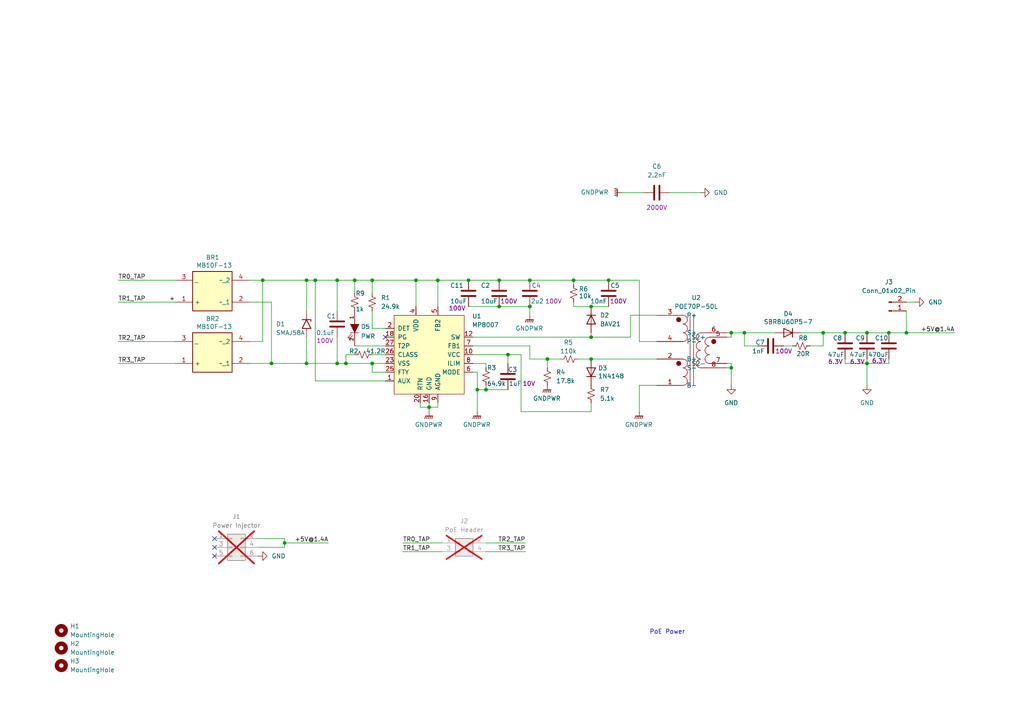
<source format=kicad_sch>
(kicad_sch (version 20231120) (generator "eeschema") (generator_version "8.0")
  (paper "A4")
  (lib_symbols
    (symbol "Connector:Conn_01x02_Pin" (pin_names (offset 1.016) hide)
      (property "Reference" "J" (at 0 2.54 0))
      (property "Value" "Conn_01x02_Pin" (at 0 -5.08 0))
      (symbol "Conn_01x02_Pin_1_1"
        (polyline (pts (xy 1.27 -2.54) (xy 0.8636 -2.54)) (stroke (width 0.1524)))
        (polyline (pts (xy 1.27 0) (xy 0.8636 0)) (stroke (width 0.1524)))
        (rectangle (start 0.8636 -2.413) (end 0 -2.667) (stroke (width 0.1524)) (fill (type outline)))
        (rectangle (start 0.8636 0.127) (end 0 -0.127) (stroke (width 0.1524)) (fill (type outline)))
        (pin passive line (at 5.08 0 180) (length 3.81) (name "Pin_1") (number "1"))
        (pin passive line (at 5.08 -2.54 180) (length 3.81) (name "Pin_2") (number "2"))
      )
    )
    (symbol "Connector_Generic:Conn_02x02_Odd_Even" (pin_names (offset 1.016) hide)
      (property "Reference" "J" (at 1.27 2.54 0))
      (property "Value" "Conn_02x02_Odd_Even" (at 1.27 -5.08 0))
      (symbol "Conn_02x02_Odd_Even_1_1"
        (rectangle (start -1.27 -2.413) (end 0 -2.667) (stroke (width 0.1524)))
        (rectangle (start -1.27 0.127) (end 0 -0.127) (stroke (width 0.1524)))
        (rectangle (start -1.27 1.27) (end 3.81 -3.81) (stroke (width 0.254)) (fill (type background)))
        (rectangle (start 3.81 -2.413) (end 2.54 -2.667) (stroke (width 0.1524)))
        (rectangle (start 3.81 0.127) (end 2.54 -0.127) (stroke (width 0.1524)))
        (pin passive line (at -5.08 0 0) (length 3.81) (name "Pin_1") (number "1"))
        (pin passive line (at 7.62 0 180) (length 3.81) (name "Pin_2") (number "2"))
        (pin passive line (at -5.08 -2.54 0) (length 3.81) (name "Pin_3") (number "3"))
        (pin passive line (at 7.62 -2.54 180) (length 3.81) (name "Pin_4") (number "4"))
      )
    )
    (symbol "Connector_Generic:Conn_02x03_Odd_Even" (pin_names (offset 1.016) hide)
      (property "Reference" "J" (at 1.27 5.08 0))
      (property "Value" "Conn_02x03_Odd_Even" (at 1.27 -5.08 0))
      (symbol "Conn_02x03_Odd_Even_1_1"
        (rectangle (start -1.27 -2.413) (end 0 -2.667) (stroke (width 0.1524)))
        (rectangle (start -1.27 0.127) (end 0 -0.127) (stroke (width 0.1524)))
        (rectangle (start -1.27 2.667) (end 0 2.413) (stroke (width 0.1524)))
        (rectangle (start -1.27 3.81) (end 3.81 -3.81) (stroke (width 0.254)) (fill (type background)))
        (rectangle (start 3.81 -2.413) (end 2.54 -2.667) (stroke (width 0.1524)))
        (rectangle (start 3.81 0.127) (end 2.54 -0.127) (stroke (width 0.1524)))
        (rectangle (start 3.81 2.667) (end 2.54 2.413) (stroke (width 0.1524)))
        (pin passive line (at -5.08 2.54 0) (length 3.81) (name "Pin_1") (number "1"))
        (pin passive line (at 7.62 2.54 180) (length 3.81) (name "Pin_2") (number "2"))
        (pin passive line (at -5.08 0 0) (length 3.81) (name "Pin_3") (number "3"))
        (pin passive line (at 7.62 0 180) (length 3.81) (name "Pin_4") (number "4"))
        (pin passive line (at -5.08 -2.54 0) (length 3.81) (name "Pin_5") (number "5"))
        (pin passive line (at 7.62 -2.54 180) (length 3.81) (name "Pin_6") (number "6"))
      )
    )
    (symbol "Device:C" (pin_numbers hide) (pin_names (offset 0.254))
      (property "Reference" "C" (at 0.635 2.54 0))
      (property "Value" "C" (at 0.635 -2.54 0))
      (symbol "C_0_1"
        (polyline (pts (xy -2.032 -0.762) (xy 2.032 -0.762)) (stroke (width 0.508)))
        (polyline (pts (xy -2.032 0.762) (xy 2.032 0.762)) (stroke (width 0.508)))
      )
      (symbol "C_1_1"
        (pin passive line (at 0 3.81 270) (length 2.794) (name "~") (number "1"))
        (pin passive line (at 0 -3.81 90) (length 2.794) (name "~") (number "2"))
      )
    )
    (symbol "Device:D" (pin_numbers hide) (pin_names (offset 1.016) hide)
      (property "Reference" "D" (at 0 2.54 0))
      (property "Value" "D" (at 0 -2.54 0))
      (symbol "D_0_1"
        (polyline (pts (xy -1.27 1.27) (xy -1.27 -1.27)) (stroke (width 0.254)))
        (polyline (pts (xy 1.27 0) (xy -1.27 0)))
        (polyline (pts (xy 1.27 1.27) (xy 1.27 -1.27) (xy -1.27 0) (xy 1.27 1.27)) (stroke (width 0.254)))
      )
      (symbol "D_1_1"
        (pin passive line (at -3.81 0 0) (length 2.54) (name "K") (number "1"))
        (pin passive line (at 3.81 0 180) (length 2.54) (name "A") (number "2"))
      )
    )
    (symbol "Device:R_Small_US" (pin_numbers hide) (pin_names (offset 0.254) hide)
      (property "Reference" "R" (at 0.762 0.508 0))
      (property "Value" "R_Small_US" (at 0.762 -1.016 0))
      (symbol "R_Small_US_1_1"
        (polyline (pts (xy 0 0) (xy 1.016 -0.381) (xy 0 -0.762) (xy -1.016 -1.143) (xy 0 -1.524)))
        (polyline (pts (xy 0 1.524) (xy 1.016 1.143) (xy 0 0.762) (xy -1.016 0.381) (xy 0 0)))
        (pin passive line (at 0 2.54 270) (length 1.016) (name "~") (number "1"))
        (pin passive line (at 0 -2.54 90) (length 1.016) (name "~") (number "2"))
      )
    )
    (symbol "Diode:BAV21" (pin_numbers hide) (pin_names hide)
      (property "Reference" "D" (at 0 2.54 0))
      (property "Value" "BAV21" (at 0 -2.54 0))
      (symbol "BAV21_0_1"
        (polyline (pts (xy -1.27 1.27) (xy -1.27 -1.27)) (stroke (width 0.254)))
        (polyline (pts (xy 1.27 0) (xy -1.27 0)))
        (polyline (pts (xy 1.27 1.27) (xy 1.27 -1.27) (xy -1.27 0) (xy 1.27 1.27)) (stroke (width 0.254)))
      )
      (symbol "BAV21_1_1"
        (pin passive line (at -3.81 0 0) (length 2.54) (name "K") (number "1"))
        (pin passive line (at 3.81 0 180) (length 2.54) (name "A") (number "2"))
      )
    )
    (symbol "Diode:SMAJ58A" (pin_numbers hide) (pin_names (offset 1.016) hide)
      (property "Reference" "D" (at 0 2.54 0))
      (property "Value" "SMAJ58A" (at 0 -2.54 0))
      (symbol "SMAJ58A_0_1"
        (polyline (pts (xy -0.762 1.27) (xy -1.27 1.27) (xy -1.27 -1.27)) (stroke (width 0.254)))
        (polyline (pts (xy 1.27 1.27) (xy 1.27 -1.27) (xy -1.27 0) (xy 1.27 1.27)) (stroke (width 0.254)))
      )
      (symbol "SMAJ58A_1_1"
        (pin passive line (at -3.81 0 0) (length 2.54) (name "A1") (number "1"))
        (pin passive line (at 3.81 0 180) (length 2.54) (name "A2") (number "2"))
      )
    )
    (symbol "MB10F-13_1"
      (property "Reference" "BR1" (at 8.89 -10.414 0))
      (property "Value" "MB10F-13" (at 6.096 -8.128 0))
      (symbol "MB10F-13_1_1_1"
        (rectangle (start 5.08 5.08) (end 16.51 -6.35) (stroke (width 0.254)) (fill (type background)))
        (pin passive line (at 0 2.54 0) (length 5.08) (name "+") (number "1"))
        (pin passive line (at 21.59 2.54 180) (length 5.08) (name "~_1") (number "2"))
        (pin passive line (at 0 -3.81 0) (length 5.08) (name "_") (number "3"))
        (pin passive line (at 21.59 -3.81 180) (length 5.08) (name "~_2") (number "4"))
      )
    )
    (symbol "Mechanical:MountingHole" (pin_names (offset 1.016)) (exclude_from_sim yes) (in_bom no)
      (property "Reference" "H" (at 0 5.08 0))
      (property "Value" "MountingHole" (at 0 3.175 0))
      (symbol "MountingHole_0_1"
        (circle (center 0 0) (radius 1.27) (stroke (width 1.27)))
      )
    )
    (symbol "parts:MP8007" (pin_names (offset 1.016))
      (property "Reference" "U" (at -5.08 11.43 0))
      (property "Value" "MP8007" (at -1.27 -13.97 0))
      (symbol "MP8007_0_1"
        (rectangle (start -6.35 10.16) (end 13.97 -12.7) (fill (type background)))
      )
      (symbol "MP8007_1_1"
        (pin input line (at -8.89 -8.89 0) (length 2.54) (name "AUX") (number "1"))
        (pin input line (at 16.51 -1.27 180) (length 2.54) (name "VCC") (number "10"))
        (pin input line (at 16.51 3.81 180) (length 2.54) (name "SW") (number "12"))
        (pin input line (at 16.51 3.81 180) (length 2.54) hide (name "~") (number "13"))
        (pin input line (at 3.81 -15.24 90) (length 2.54) (name "GND") (number "16"))
        (pin input line (at 3.81 -15.24 90) (length 2.54) hide (name "~") (number "17"))
        (pin input line (at -8.89 3.81 0) (length 2.54) (name "PG") (number "18"))
        (pin input line (at -8.89 6.35 0) (length 2.54) (name "DET") (number "2"))
        (pin input line (at 1.27 -15.24 90) (length 2.54) (name "RTN") (number "20"))
        (pin input line (at 1.27 -15.24 90) (length 2.54) hide (name "~") (number "21"))
        (pin input line (at -8.89 -3.81 0) (length 2.54) (name "VSS") (number "23"))
        (pin input line (at -8.89 -3.81 0) (length 2.54) hide (name "~") (number "24"))
        (pin input line (at -8.89 -6.35 0) (length 2.54) (name "FTY") (number "25"))
        (pin input line (at -8.89 -1.27 0) (length 2.54) (name "CLASS") (number "26"))
        (pin input line (at -8.89 1.27 0) (length 2.54) (name "T2P") (number "27"))
        (pin input line (at 3.81 -15.24 90) (length 2.54) hide (name "GND") (number "29"))
        (pin input line (at 0 12.7 270) (length 2.54) (name "VDD") (number "4"))
        (pin input line (at 6.35 12.7 270) (length 2.54) (name "FB2") (number "5"))
        (pin input line (at 16.51 -6.35 180) (length 2.54) (name "MODE") (number "6"))
        (pin input line (at 16.51 1.27 180) (length 2.54) (name "FB1") (number "7"))
        (pin input line (at 16.51 -3.81 180) (length 2.54) (name "ILIM") (number "8"))
        (pin input line (at 6.35 -15.24 90) (length 2.54) (name "AGND") (number "9"))
      )
    )
    (symbol "parts:POE70P-12L" (pin_names (offset 1.016))
      (property "Reference" "U" (at 0 0 0))
      (property "Value" "POE70P-12L" (at 0 12.7 0))
      (symbol "POE70P-12L_0_1"
        (circle (center -3.81 -3.81) (radius 0.635) (fill (type outline)))
        (circle (center -3.81 8.89) (radius 0.635) (fill (type outline)))
        (circle (center 6.35 2.54) (radius 0.635) (fill (type outline)))
      )
      (symbol "POE70P-12L_1_1"
        (arc (start -2.54 -10.16) (mid -1.642 -9.788) (end -1.2954 -8.89))
        (arc (start -2.54 -7.62) (mid -1.642 -7.248) (end -1.2954 -6.35))
        (arc (start -2.54 -5.08) (mid -1.642 -4.708) (end -1.2954 -3.81))
        (arc (start -2.54 2.54) (mid -1.642 2.912) (end -1.2954 3.81))
        (arc (start -2.54 5.08) (mid -1.642 5.452) (end -1.2954 6.35))
        (arc (start -2.54 7.62) (mid -1.642 7.992) (end -1.2954 8.89))
        (arc (start -1.2954 -8.89) (mid -1.6599 -8.0099) (end -2.54 -7.6454))
        (arc (start -1.2954 -6.35) (mid -1.6599 -5.4699) (end -2.54 -5.1054))
        (arc (start -1.2954 -3.81) (mid -1.6599 -2.9299) (end -2.54 -2.5654))
        (arc (start -1.2954 3.81) (mid -1.6599 4.6901) (end -2.54 5.0546))
        (arc (start -1.2954 6.35) (mid -1.6599 7.2301) (end -2.54 7.5946))
        (arc (start -1.2954 8.89) (mid -1.6599 9.7701) (end -2.54 10.1346))
        (polyline (pts (xy -0.508 -10.16) (xy -0.508 10.16)))
        (polyline (pts (xy 0.508 10.16) (xy 0.508 -10.16)))
        (arc (start 1.27 -3.81) (mid 1.642 -4.708) (end 2.54 -5.08))
        (arc (start 1.27 -1.27) (mid 1.642 -2.168) (end 2.54 -2.54))
        (arc (start 1.27 1.27) (mid 1.642 0.372) (end 2.54 0))
        (arc (start 1.27 3.81) (mid 1.642 2.912) (end 2.54 2.54))
        (arc (start 2.54 -2.5654) (mid 1.6599 -2.9299) (end 1.27 -3.81))
        (arc (start 2.54 -0.0254) (mid 1.6599 -0.3899) (end 1.27 -1.27))
        (arc (start 2.54 2.5146) (mid 1.6599 2.1501) (end 1.27 1.27))
        (arc (start 2.54 5.0546) (mid 1.6599 4.6901) (end 1.27 3.81))
        (arc (start 3.81 -2.54) (mid 4.182 -3.438) (end 5.08 -3.81))
        (arc (start 3.81 0) (mid 4.182 -0.898) (end 5.08 -1.27))
        (arc (start 3.81 2.54) (mid 4.182 1.642) (end 5.08 1.27))
        (arc (start 5.08 -1.2954) (mid 4.1999 -1.6599) (end 3.81 -2.54))
        (arc (start 5.08 1.2446) (mid 4.1999 0.8801) (end 3.81 0))
        (arc (start 5.08 3.7846) (mid 4.1999 3.4201) (end 3.81 2.54))
        (pin passive line (at -10.16 -10.16 0) (length 7.62) (name "B-") (number "1"))
        (pin passive line (at -10.16 -2.54 0) (length 7.62) (name "B+") (number "2"))
        (pin passive line (at -10.16 10.16 0) (length 7.62) (name "P+") (number "3"))
        (pin passive line (at -10.16 2.54 0) (length 7.62) (name "P-") (number "4"))
        (pin passive line (at 10.16 3.81 180) (length 5.08) (name "S2+") (number "5"))
        (pin passive line (at 10.16 5.08 180) (length 7.62) (name "S+") (number "6"))
        (pin passive line (at 10.16 -3.81 180) (length 5.08) (name "S2-") (number "7"))
        (pin passive line (at 10.16 -5.08 180) (length 7.62) (name "S-") (number "8"))
      )
    )
    (symbol "power:GND" (power) (pin_numbers hide) (pin_names (offset 0) hide)
      (property "Value" "GND" (at 0 -3.81 0))
      (symbol "GND_0_1"
        (polyline (pts (xy 0 0) (xy 0 -1.27) (xy 1.27 -1.27) (xy 0 -2.54) (xy -1.27 -1.27) (xy 0 -1.27)))
      )
      (symbol "GND_1_1"
        (pin power_in line (at 0 0 270) (length 0) (name "~") (number "1"))
      )
    )
    (symbol "power:GNDPWR" (power) (pin_numbers hide) (pin_names (offset 0) hide)
      (property "Value" "GNDPWR" (at 0 -3.302 0))
      (symbol "GNDPWR_0_1"
        (polyline (pts (xy 0 -1.27) (xy 0 0)))
        (polyline (pts (xy -1.016 -1.27) (xy -1.27 -2.032) (xy -1.27 -2.032)) (stroke (width 0.2032)))
        (polyline (pts (xy -0.508 -1.27) (xy -0.762 -2.032) (xy -0.762 -2.032)) (stroke (width 0.2032)))
        (polyline (pts (xy 0 -1.27) (xy -0.254 -2.032) (xy -0.254 -2.032)) (stroke (width 0.2032)))
        (polyline (pts (xy 0.508 -1.27) (xy 0.254 -2.032) (xy 0.254 -2.032)) (stroke (width 0.2032)))
        (polyline (pts (xy 1.016 -1.27) (xy -1.016 -1.27) (xy -1.016 -1.27)) (stroke (width 0.2032)))
        (polyline (pts (xy 1.016 -1.27) (xy 0.762 -2.032) (xy 0.762 -2.032) (xy 0.762 -2.032)) (stroke (width 0.2032)))
      )
      (symbol "GNDPWR_1_1"
        (pin power_in line (at 0 0 270) (length 0) (name "~") (number "1"))
      )
    )
    (symbol "tinkerforge:LED" (pin_names (offset 1.016) hide)
      (property "Reference" "D" (at 0 2.54 0))
      (property "Value" "LED" (at 0 -2.54 0))
      (symbol "LED_0_1"
        (polyline (pts (xy 1.27 1.27) (xy 1.27 -1.27)))
        (polyline (pts (xy -1.27 1.27) (xy 1.27 0) (xy -1.27 -1.27)) (fill (type outline)))
        (polyline (pts (xy 1.651 -1.016) (xy 2.794 -2.032) (xy 2.667 -1.397)))
        (polyline (pts (xy 2.032 -0.635) (xy 3.175 -1.651) (xy 3.048 -1.016)))
      )
      (symbol "LED_1_1"
        (pin passive line (at -5.08 0 0) (length 3.81) (name "A") (number "1"))
        (pin passive line (at 5.08 0 180) (length 3.81) (name "K") (number "2"))
      )
    )
  )
  (junction (at 102.87 81.28))
  (junction (at 82.55 157.48))
  (junction (at 88.9 81.28))
  (junction (at 171.45 88.9))
  (junction (at 215.9 96.52))
  (junction (at 171.45 104.14))
  (junction (at 88.9 105.41))
  (junction (at 144.78 81.28))
  (junction (at 212.09 106.68))
  (junction (at 212.09 96.52))
  (junction (at 158.75 104.14))
  (junction (at 171.45 97.79))
  (junction (at 251.46 105.41))
  (junction (at 97.79 105.41))
  (junction (at 176.53 81.28))
  (junction (at 91.44 81.28))
  (junction (at 138.43 113.03))
  (junction (at 153.67 81.28))
  (junction (at 135.89 81.28))
  (junction (at 107.95 105.41))
  (junction (at 153.67 88.9))
  (junction (at 124.46 118.11))
  (junction (at 257.81 96.52))
  (junction (at 97.79 81.28))
  (junction (at 78.74 105.41))
  (junction (at 147.32 102.87))
  (junction (at 140.97 113.03))
  (junction (at 166.37 81.28))
  (junction (at 107.95 81.28))
  (junction (at 251.46 96.52))
  (junction (at 76.2 81.28))
  (junction (at 100.33 105.41))
  (junction (at 144.78 88.9))
  (junction (at 238.76 96.52))
  (junction (at 245.11 96.52))
  (junction (at 120.65 81.28))
  (junction (at 127 81.28))
  (junction (at 262.89 96.52))
  (no_connect (at 62.23 161.29))
  (no_connect (at 62.23 156.21))
  (no_connect (at 111.76 97.79))
  (no_connect (at 62.23 158.75))
  (wire (pts (xy 215.9 100.33) (xy 219.71 100.33)))
  (wire (pts (xy 76.2 81.28) (xy 76.2 99.06)))
  (wire (pts (xy 78.74 87.63) (xy 78.74 105.41)))
  (wire (pts (xy 180.34 55.88) (xy 186.69 55.88)))
  (wire (pts (xy 212.09 96.52) (xy 215.9 96.52)))
  (wire (pts (xy 91.44 110.49) (xy 111.76 110.49)))
  (wire (pts (xy 107.95 85.09) (xy 107.95 81.28)))
  (wire (pts (xy 111.76 100.33) (xy 102.87 100.33)))
  (wire (pts (xy 97.79 97.79) (xy 97.79 105.41)))
  (wire (pts (xy 137.16 100.33) (xy 153.67 100.33)))
  (wire (pts (xy 82.55 157.48) (xy 82.55 158.75)))
  (wire (pts (xy 107.95 81.28) (xy 120.65 81.28)))
  (wire (pts (xy 140.97 111.76) (xy 140.97 113.03)))
  (wire (pts (xy 251.46 105.41) (xy 251.46 111.76)))
  (wire (pts (xy 76.2 81.28) (xy 88.9 81.28)))
  (wire (pts (xy 100.33 105.41) (xy 107.95 105.41)))
  (wire (pts (xy 72.39 105.41) (xy 78.74 105.41)))
  (wire (pts (xy 102.87 81.28) (xy 107.95 81.28)))
  (wire (pts (xy 74.93 156.21) (xy 82.55 156.21)))
  (wire (pts (xy 238.76 96.52) (xy 245.11 96.52)))
  (wire (pts (xy 91.44 81.28) (xy 91.44 110.49)))
  (wire (pts (xy 138.43 107.95) (xy 138.43 113.03)))
  (wire (pts (xy 166.37 81.28) (xy 176.53 81.28)))
  (wire (pts (xy 251.46 104.14) (xy 251.46 105.41)))
  (wire (pts (xy 190.5 111.76) (xy 185.42 111.76)))
  (wire (pts (xy 127 116.84) (xy 127 118.11)))
  (wire (pts (xy 176.53 81.28) (xy 185.42 81.28)))
  (wire (pts (xy 167.64 104.14) (xy 171.45 104.14)))
  (wire (pts (xy 120.65 81.28) (xy 127 81.28)))
  (wire (pts (xy 102.87 81.28) (xy 102.87 85.09)))
  (wire (pts (xy 224.79 96.52) (xy 215.9 96.52)))
  (wire (pts (xy 137.16 97.79) (xy 171.45 97.79)))
  (wire (pts (xy 120.65 81.28) (xy 120.65 88.9)))
  (wire (pts (xy 166.37 88.9) (xy 171.45 88.9)))
  (wire (pts (xy 158.75 104.14) (xy 158.75 106.68)))
  (wire (pts (xy 127 118.11) (xy 124.46 118.11)))
  (wire (pts (xy 116.84 160.02) (xy 128.27 160.02)))
  (wire (pts (xy 185.42 111.76) (xy 185.42 119.38)))
  (wire (pts (xy 121.92 118.11) (xy 124.46 118.11)))
  (wire (pts (xy 162.56 104.14) (xy 158.75 104.14)))
  (wire (pts (xy 116.84 157.48) (xy 128.27 157.48)))
  (wire (pts (xy 124.46 116.84) (xy 124.46 118.11)))
  (wire (pts (xy 72.39 99.06) (xy 76.2 99.06)))
  (wire (pts (xy 171.45 104.14) (xy 190.5 104.14)))
  (wire (pts (xy 144.78 81.28) (xy 153.67 81.28)))
  (wire (pts (xy 72.39 81.28) (xy 76.2 81.28)))
  (wire (pts (xy 212.09 106.68) (xy 212.09 111.76)))
  (wire (pts (xy 262.89 96.52) (xy 276.86 96.52)))
  (wire (pts (xy 182.88 91.44) (xy 190.5 91.44)))
  (wire (pts (xy 107.95 105.41) (xy 111.76 105.41)))
  (wire (pts (xy 97.79 105.41) (xy 100.33 105.41)))
  (wire (pts (xy 151.13 119.38) (xy 151.13 102.87)))
  (wire (pts (xy 210.82 96.52) (xy 212.09 96.52)))
  (wire (pts (xy 137.16 105.41) (xy 140.97 105.41)))
  (wire (pts (xy 245.11 96.52) (xy 251.46 96.52)))
  (wire (pts (xy 171.45 88.9) (xy 176.53 88.9)))
  (wire (pts (xy 153.67 104.14) (xy 158.75 104.14)))
  (wire (pts (xy 82.55 156.21) (xy 82.55 157.48)))
  (wire (pts (xy 88.9 105.41) (xy 97.79 105.41)))
  (wire (pts (xy 140.97 113.03) (xy 147.32 113.03)))
  (wire (pts (xy 251.46 105.41) (xy 257.81 105.41)))
  (wire (pts (xy 171.45 96.52) (xy 171.45 97.79)))
  (wire (pts (xy 82.55 157.48) (xy 95.25 157.48)))
  (wire (pts (xy 91.44 81.28) (xy 97.79 81.28)))
  (wire (pts (xy 153.67 100.33) (xy 153.67 104.14)))
  (wire (pts (xy 107.95 95.25) (xy 111.76 95.25)))
  (wire (pts (xy 210.82 105.41) (xy 212.09 105.41)))
  (wire (pts (xy 140.97 105.41) (xy 140.97 106.68)))
  (wire (pts (xy 257.81 96.52) (xy 262.89 96.52)))
  (wire (pts (xy 210.82 97.79) (xy 212.09 97.79)))
  (wire (pts (xy 82.55 158.75) (xy 74.93 158.75)))
  (wire (pts (xy 78.74 105.41) (xy 88.9 105.41)))
  (wire (pts (xy 245.11 104.14) (xy 245.11 105.41)))
  (wire (pts (xy 34.29 81.28) (xy 50.8 81.28)))
  (wire (pts (xy 166.37 81.28) (xy 166.37 82.55)))
  (wire (pts (xy 257.81 105.41) (xy 257.81 104.14)))
  (wire (pts (xy 153.67 88.9) (xy 153.67 91.44)))
  (wire (pts (xy 140.97 157.48) (xy 152.4 157.48)))
  (wire (pts (xy 107.95 90.17) (xy 107.95 95.25)))
  (wire (pts (xy 88.9 81.28) (xy 91.44 81.28)))
  (wire (pts (xy 227.33 100.33) (xy 229.87 100.33)))
  (wire (pts (xy 34.29 87.63) (xy 50.8 87.63)))
  (wire (pts (xy 171.45 97.79) (xy 182.88 97.79)))
  (wire (pts (xy 212.09 96.52) (xy 212.09 97.79)))
  (wire (pts (xy 212.09 105.41) (xy 212.09 106.68)))
  (wire (pts (xy 135.89 88.9) (xy 144.78 88.9)))
  (wire (pts (xy 107.95 102.87) (xy 111.76 102.87)))
  (wire (pts (xy 262.89 87.63) (xy 265.43 87.63)))
  (wire (pts (xy 88.9 97.79) (xy 88.9 105.41)))
  (wire (pts (xy 124.46 118.11) (xy 124.46 119.38)))
  (wire (pts (xy 127 81.28) (xy 127 88.9)))
  (wire (pts (xy 153.67 81.28) (xy 166.37 81.28)))
  (wire (pts (xy 34.29 99.06) (xy 50.8 99.06)))
  (wire (pts (xy 147.32 105.41) (xy 147.32 102.87)))
  (wire (pts (xy 194.31 55.88) (xy 203.2 55.88)))
  (wire (pts (xy 238.76 96.52) (xy 232.41 96.52)))
  (wire (pts (xy 234.95 100.33) (xy 238.76 100.33)))
  (wire (pts (xy 245.11 105.41) (xy 251.46 105.41)))
  (wire (pts (xy 34.29 105.41) (xy 50.8 105.41)))
  (wire (pts (xy 182.88 97.79) (xy 182.88 91.44)))
  (wire (pts (xy 151.13 102.87) (xy 147.32 102.87)))
  (wire (pts (xy 251.46 96.52) (xy 257.81 96.52)))
  (wire (pts (xy 238.76 100.33) (xy 238.76 96.52)))
  (wire (pts (xy 210.82 106.68) (xy 212.09 106.68)))
  (wire (pts (xy 185.42 99.06) (xy 190.5 99.06)))
  (wire (pts (xy 185.42 81.28) (xy 185.42 99.06)))
  (wire (pts (xy 147.32 102.87) (xy 137.16 102.87)))
  (wire (pts (xy 166.37 87.63) (xy 166.37 88.9)))
  (wire (pts (xy 171.45 116.84) (xy 171.45 119.38)))
  (wire (pts (xy 107.95 107.95) (xy 111.76 107.95)))
  (wire (pts (xy 97.79 81.28) (xy 102.87 81.28)))
  (wire (pts (xy 138.43 113.03) (xy 140.97 113.03)))
  (wire (pts (xy 88.9 81.28) (xy 88.9 90.17)))
  (wire (pts (xy 138.43 113.03) (xy 138.43 119.38)))
  (wire (pts (xy 72.39 87.63) (xy 78.74 87.63)))
  (wire (pts (xy 215.9 96.52) (xy 215.9 100.33)))
  (wire (pts (xy 140.97 160.02) (xy 152.4 160.02)))
  (wire (pts (xy 135.89 81.28) (xy 144.78 81.28)))
  (wire (pts (xy 144.78 88.9) (xy 153.67 88.9)))
  (wire (pts (xy 171.45 119.38) (xy 151.13 119.38)))
  (wire (pts (xy 97.79 81.28) (xy 97.79 90.17)))
  (wire (pts (xy 102.87 102.87) (xy 100.33 102.87)))
  (wire (pts (xy 127 81.28) (xy 135.89 81.28)))
  (wire (pts (xy 107.95 105.41) (xy 107.95 107.95)))
  (wire (pts (xy 137.16 107.95) (xy 138.43 107.95)))
  (wire (pts (xy 100.33 102.87) (xy 100.33 105.41)))
  (wire (pts (xy 121.92 116.84) (xy 121.92 118.11)))
  (wire (pts (xy 262.89 90.17) (xy 262.89 96.52)))
  (text "PoE Power" (at 193.548 183.388 0) (effects (font (size 1.27 1.27))))
  (label "TR2_TAP" (at 152.4 157.48 180))
  (label "+" (at 50.8 87.63 180))
  (label "TR3_TAP" (at 34.29 105.41 0))
  (label "TR1_TAP" (at 116.84 160.02 0))
  (label "TR0_TAP" (at 34.29 81.28 0))
  (label "+5V@1.4A" (at 95.25 157.48 180))
  (label "TR1_TAP" (at 34.29 87.63 0))
  (label "TR2_TAP" (at 34.29 99.06 0))
  (label "TR3_TAP" (at 152.4 160.02 180))
  (label "TR0_TAP" (at 116.84 157.48 0))
  (label "+5V@1.4A" (at 276.86 96.52 180))
  (symbol (lib_id "Device:R_Small_US") (at 107.95 87.63 0) (unit 1)
    (property "Reference" "R1" (at 110.49 86.3599 0) (effects (justify left)))
    (property "Value" "24.9k" (at 110.49 88.8999 0) (effects (justify left)))
    (property "Footprint" "Resistor_SMD:R_1206_3216Metric_Pad1.30x1.75mm_HandSolder" (effects (hide yes)))
    (property "Description" "Resistor, small US symbol" (effects (hide yes)))
  )
  (symbol (lib_id "power:GND") (at 265.43 87.63 90) (unit 1)
    (property "Reference" "#PWR011" (effects (hide yes)))
    (property "Value" "GND" (at 269.24 87.6299 90) (effects (justify right)))
    (property "Description" "Power symbol creates a global label with name \"GND\" , ground" (effects (hide yes)))
  )
  (symbol (lib_id "parts:MP8007") (at 120.65 101.6 0) (unit 1)
    (property "Reference" "U1" (at 136.906 91.694 0) (effects (justify left)))
    (property "Value" "MP8007" (at 136.906 94.234 0) (effects (justify left)))
    (property "Footprint" "PoweredDevices:MP8007GVZ" (effects (hide yes)))
  )
  (symbol (lib_id "tinkerforge:LED") (at 102.87 95.25 270) (unit 1)
    (property "Reference" "D5" (at 104.648 94.742 90) (effects (justify left)))
    (property "Value" "PWR" (at 104.648 97.536 90) (effects (justify left)))
    (property "Footprint" "LED_SMD:LED_1206_3216Metric" (effects (hide yes)))
  )
  (symbol (lib_id "Device:C") (at 251.46 100.33 0) (unit 1)
    (property "Reference" "C9" (at 248.158 98.044 0) (effects (justify left)))
    (property "Value" "47uF" (at 246.38 102.87 0) (effects (justify left)))
    (property "Footprint" "Capacitor_SMD:C_1206_3216Metric_Pad1.33x1.80mm_HandSolder" (effects (hide yes)))
    (property "Description" "Unpolarized capacitor" (effects (hide yes)))
    (property "Voltage" "6.3V" (at 248.666 104.902 0))
  )
  (symbol (lib_id "parts:POE70P-12L") (at 200.66 101.6 0) (unit 1)
    (property "Reference" "U2" (at 201.93 86.36 0))
    (property "Value" "POE70P-50L" (at 201.93 88.9 0))
    (property "Footprint" "PoweredDevices:POE70P50LD" (effects (hide yes)))
  )
  (symbol (lib_id "power:GND") (at 203.2 55.88 90) (unit 1)
    (property "Reference" "#PWR08" (effects (hide yes)))
    (property "Value" "GND" (at 207.01 55.8799 90) (effects (justify right)))
    (property "Description" "Power symbol creates a global label with name \"GND\" , ground" (effects (hide yes)))
  )
  (symbol (lib_id "Device:C") (at 147.32 109.22 0) (unit 1)
    (property "Reference" "C3" (at 147.32 107.188 0) (effects (justify left)))
    (property "Value" "1uF" (at 147.574 111.252 0) (effects (justify left)))
    (property "Footprint" "Capacitor_SMD:C_1206_3216Metric_Pad1.33x1.80mm_HandSolder" (effects (hide yes)))
    (property "Description" "Unpolarized capacitor" (effects (hide yes)))
    (property "Voltage" "10V" (at 153.416 111.252 0))
  )
  (symbol (lib_id "Diode:SMAJ58A") (at 88.9 93.98 270) (unit 1)
    (property "Reference" "D1" (at 80.01 93.98 90) (effects (justify left)))
    (property "Value" "SMAJ58A" (at 80.01 96.52 90) (effects (justify left)))
    (property "Footprint" "Diode_SMD:D_SMA" (effects (hide yes)))
    (property "Datasheet" "https://www.littelfuse.com/media?resourcetype=datasheets&itemid=75e32973-b177-4ee3-a0ff-cedaf1abdb93&filename=smaj-datasheet" (effects (hide yes)))
    (property "Description" "400W unidirectional Transient Voltage Suppressor, 58.0Vr, SMA(DO-214AC)" (effects (hide yes)))
  )
  (symbol (lib_id "Connector:Conn_01x02_Pin") (at 257.81 90.17 0) (mirror x) (unit 1)
    (property "Reference" "J3" (at 257.81 81.788 0))
    (property "Value" "Conn_01x02_Pin" (at 257.81 84.328 0))
    (property "Footprint" "Connector_JST:JST_SH_SM02B-SRSS-TB_1x02-1MP_P1.00mm_Horizontal" (effects (hide yes)))
    (property "Description" "Generic connector, single row, 01x02, script generated" (effects (hide yes)))
  )
  (symbol (lib_id "Mechanical:MountingHole") (at 17.78 187.96 0) (unit 1) (exclude_from_sim yes) (in_bom no)
    (property "Reference" "H2" (at 20.32 186.6899 0) (effects (justify left)))
    (property "Value" "MountingHole" (at 20.32 189.2299 0) (effects (justify left)))
    (property "Footprint" "MountingHole:MountingHole_3.2mm_M3_ISO14580" (effects (hide yes)))
    (property "Description" "Mounting Hole without connection" (effects (hide yes)))
  )
  (symbol (lib_id "Device:R_Small_US") (at 158.75 109.22 0) (unit 1)
    (property "Reference" "R4" (at 161.29 107.9499 0) (effects (justify left)))
    (property "Value" "17.8k" (at 161.29 110.4899 0) (effects (justify left)))
    (property "Footprint" "Resistor_SMD:R_1206_3216Metric_Pad1.30x1.75mm_HandSolder" (effects (hide yes)))
    (property "Description" "Resistor, small US symbol" (effects (hide yes)))
  )
  (symbol (lib_id "power:GND") (at 74.93 161.29 90) (unit 1)
    (property "Reference" "#PWR01" (effects (hide yes)))
    (property "Value" "GND" (at 78.74 161.2899 90) (effects (justify right)))
    (property "Description" "Power symbol creates a global label with name \"GND\" , ground" (effects (hide yes)))
  )
  (symbol (lib_id "Device:C") (at 144.78 85.09 0) (unit 1)
    (property "Reference" "C2" (at 139.446 82.804 0) (effects (justify left)))
    (property "Value" "10uF" (at 139.446 87.376 0) (effects (justify left)))
    (property "Footprint" "Capacitor_SMD:C_1210_3225Metric" (effects (hide yes)))
    (property "Description" "Unpolarized capacitor" (effects (hide yes)))
    (property "Voltage" "100V" (at 147.574 87.376 0))
  )
  (symbol (lib_id "Device:D") (at 171.45 107.95 90) (unit 1)
    (property "Reference" "D3" (at 173.4566 106.7816 90) (effects (justify right)))
    (property "Value" "1N4148" (at 173.4566 109.093 90) (effects (justify right)))
    (property "Footprint" "Diode_SMD:D_SOD-323" (effects (hide yes)))
    (property "Description" "Diode" (effects (hide yes)))
    (property "Sim.Device" "D" (effects (hide yes)))
    (property "Sim.Pins" "1=K 2=A" (effects (hide yes)))
  )
  (symbol (lib_id "Device:D") (at 228.6 96.52 180) (unit 1)
    (property "Reference" "D4" (at 228.6 91.0336 0))
    (property "Value" "SBR8U60P5-7" (at 228.6 93.345 0))
    (property "Footprint" "Diode_SMD:D_PowerDI-5" (effects (hide yes)))
    (property "Description" "Diode" (effects (hide yes)))
    (property "Sim.Device" "D" (effects (hide yes)))
    (property "Sim.Pins" "1=K 2=A" (effects (hide yes)))
  )
  (symbol (lib_name "MB10F-13_1") (lib_id "PowerManagementExtended:MB10F-13") (at 50.8 102.87 0) (mirror x) (unit 1)
    (property "Reference" "BR2" (at 59.69 92.456 0) (effects (justify left)))
    (property "Value" "MB10F-13" (at 56.896 94.742 0) (effects (justify left)))
    (property "Footprint" "PowerManagement:MB10F13" (effects (hide yes)))
    (property "Datasheet" "https://www.diodes.com/assets/Datasheets/MB10F.pdf" (effects (hide yes)))
    (property "Description" "Bridge Rectifiers Bridge Rectifier" (effects (hide yes)))
    (property "Height" "2.9" (effects (hide yes)))
    (property "Mouser Part Number" "621-MB10F-13" (effects (hide yes)))
    (property "Mouser Price/Stock" "https://www.mouser.co.uk/ProductDetail/Diodes-Incorporated/MB10F-13?qs=5aG0NVq1C4yBLlpkGhylMQ%3D%3D" (effects (hide yes)))
    (property "Manufacturer_Name" "Diodes Incorporated" (effects (hide yes)))
    (property "Manufacturer_Part_Number" "MB10F-13" (effects (hide yes)))
  )
  (symbol (lib_id "power:GNDPWR") (at 124.46 119.38 0) (unit 1)
    (property "Reference" "#PWR02" (effects (hide yes)))
    (property "Value" "GNDPWR" (at 124.333 123.19 0))
    (property "Description" "Power symbol creates a global label with name \"GNDPWR\" , global ground" (effects (hide yes)))
  )
  (symbol (lib_id "Device:C") (at 190.5 55.88 270) (unit 1)
    (property "Reference" "C6" (at 190.5 48.26 90))
    (property "Value" "2.2nF" (at 190.5 50.8 90))
    (property "Footprint" "Capacitor_SMD:C_1825_4564Metric" (effects (hide yes)))
    (property "Description" "Unpolarized capacitor" (effects (hide yes)))
    (property "Voltage" "2000V" (at 190.5 60.198 90))
  )
  (symbol (lib_id "Connector_Generic:Conn_02x03_Odd_Even") (at 67.31 158.75 0) (unit 1) (dnp yes)
    (property "Reference" "J1" (at 68.58 149.86 0))
    (property "Value" "Power Injector" (at 68.58 152.4 0))
    (property "Footprint" "Connector_PinSocket_2.54mm:PinSocket_2x03_P2.54mm_Vertical" (effects (hide yes)))
    (property "Description" "Generic connector, double row, 02x03, odd/even pin numbering scheme (row 1 odd numbers, row 2 even numbers), script generated (kicad-library-utils/schlib/autogen/connector/)" (effects (hide yes)))
  )
  (symbol (lib_id "Connector_Generic:Conn_02x02_Odd_Even") (at 133.35 157.48 0) (unit 1) (dnp yes)
    (property "Reference" "J2" (at 134.62 151.13 0))
    (property "Value" "PoE Header" (at 134.62 153.67 0))
    (property "Footprint" "Connector_PinSocket_2.54mm:PinSocket_2x02_P2.54mm_Vertical" (effects (hide yes)))
    (property "Description" "Generic connector, double row, 02x02, odd/even pin numbering scheme (row 1 odd numbers, row 2 even numbers), script generated (kicad-library-utils/schlib/autogen/connector/)" (effects (hide yes)))
  )
  (symbol (lib_id "Device:R_Small_US") (at 166.37 85.09 0) (unit 1)
    (property "Reference" "R6" (at 167.894 83.82 0) (effects (justify left)))
    (property "Value" "10k" (at 167.894 85.852 0) (effects (justify left)))
    (property "Footprint" "Resistor_SMD:R_1206_3216Metric_Pad1.30x1.75mm_HandSolder" (effects (hide yes)))
    (property "Description" "Resistor, small US symbol" (effects (hide yes)))
  )
  (symbol (lib_id "Device:C") (at 245.11 100.33 0) (unit 1)
    (property "Reference" "C8" (at 241.554 98.044 0) (effects (justify left)))
    (property "Value" "47uF" (at 240.03 102.87 0) (effects (justify left)))
    (property "Footprint" "Capacitor_SMD:C_1206_3216Metric_Pad1.33x1.80mm_HandSolder" (effects (hide yes)))
    (property "Description" "Unpolarized capacitor" (effects (hide yes)))
    (property "Voltage" "6.3V" (at 242.316 104.902 0))
  )
  (symbol (lib_id "Device:C") (at 176.53 85.09 0) (unit 1)
    (property "Reference" "C5" (at 177.038 82.804 0) (effects (justify left)))
    (property "Value" "10nF" (at 171.196 87.376 0) (effects (justify left)))
    (property "Footprint" "Capacitor_SMD:C_1206_3216Metric_Pad1.33x1.80mm_HandSolder" (effects (hide yes)))
    (property "Description" "Unpolarized capacitor" (effects (hide yes)))
    (property "Voltage" "100V" (at 179.324 87.376 0))
  )
  (symbol (lib_id "Device:C") (at 153.67 85.09 0) (unit 1)
    (property "Reference" "C4" (at 154.178 82.804 0) (effects (justify left)))
    (property "Value" "2u2" (at 153.924 87.376 0) (effects (justify left)))
    (property "Footprint" "Capacitor_SMD:C_1206_3216Metric_Pad1.33x1.80mm_HandSolder" (effects (hide yes)))
    (property "Description" "Unpolarized capacitor" (effects (hide yes)))
    (property "Voltage" "100V" (at 160.528 87.376 0))
  )
  (symbol (lib_id "Device:C") (at 257.81 100.33 0) (unit 1)
    (property "Reference" "C10" (at 253.746 98.044 0) (effects (justify left)))
    (property "Value" "470uF" (at 251.714 102.87 0) (effects (justify left)))
    (property "Footprint" "Capacitor_Tantalum_SMD:CP_EIA-7343-43_Kemet-X" (effects (hide yes)))
    (property "Description" "Unpolarized capacitor" (effects (hide yes)))
    (property "Voltage" "6.3V" (at 255.016 104.648 0))
  )
  (symbol (lib_id "power:GNDPWR") (at 153.67 91.44 0) (unit 1)
    (property "Reference" "#PWR04" (effects (hide yes)))
    (property "Value" "GNDPWR" (at 153.543 95.25 0))
    (property "Description" "Power symbol creates a global label with name \"GNDPWR\" , global ground" (effects (hide yes)))
  )
  (symbol (lib_id "Device:R_Small_US") (at 165.1 104.14 270) (unit 1)
    (property "Reference" "R5" (at 164.846 99.314 90))
    (property "Value" "110k" (at 164.846 101.854 90))
    (property "Footprint" "Resistor_SMD:R_1206_3216Metric_Pad1.30x1.75mm_HandSolder" (effects (hide yes)))
    (property "Description" "Resistor, small US symbol" (effects (hide yes)))
  )
  (symbol (lib_id "Diode:BAV21") (at 171.45 92.71 270) (unit 1)
    (property "Reference" "D2" (at 173.99 91.4399 90) (effects (justify left)))
    (property "Value" "BAV21" (at 173.99 93.9799 90) (effects (justify left)))
    (property "Footprint" "Diode_SMD:D_SOD-323" (effects (hide yes)))
    (property "Datasheet" "http://www.vishay.com/docs/85543/bav17.pdf" (effects (hide yes)))
    (property "Description" "200V 0.25A Small Signal Switching Diode, High Voltage, DO-35" (effects (hide yes)))
    (property "Sim.Device" "D" (effects (hide yes)))
    (property "Sim.Pins" "1=K 2=A" (effects (hide yes)))
  )
  (symbol (lib_id "Device:R_Small_US") (at 102.87 87.63 0) (unit 1)
    (property "Reference" "R9" (at 103.124 85.09 0) (effects (justify left)))
    (property "Value" "1k" (at 103.124 89.662 0) (effects (justify left)))
    (property "Footprint" "Resistor_SMD:R_1206_3216Metric_Pad1.30x1.75mm_HandSolder" (effects (hide yes)))
    (property "Description" "Resistor, small US symbol" (effects (hide yes)))
  )
  (symbol (lib_id "Device:C") (at 135.89 85.09 0) (unit 1)
    (property "Reference" "C11" (at 130.556 82.804 0) (effects (justify left)))
    (property "Value" "10uF" (at 130.556 87.376 0) (effects (justify left)))
    (property "Footprint" "Capacitor_SMD:C_1210_3225Metric" (effects (hide yes)))
    (property "Description" "Unpolarized capacitor" (effects (hide yes)))
    (property "Voltage" "100V" (at 132.588 89.408 0))
  )
  (symbol (lib_id "Device:R_Small_US") (at 232.41 100.33 270) (unit 1)
    (property "Reference" "R8" (at 232.918 98.044 90))
    (property "Value" "20R" (at 232.918 102.616 90))
    (property "Footprint" "Resistor_SMD:R_1206_3216Metric_Pad1.30x1.75mm_HandSolder" (effects (hide yes)))
    (property "Description" "Resistor, small US symbol" (effects (hide yes)))
  )
  (symbol (lib_id "power:GNDPWR") (at 185.42 119.38 0) (unit 1)
    (property "Reference" "#PWR07" (effects (hide yes)))
    (property "Value" "GNDPWR" (at 185.293 123.19 0))
    (property "Description" "Power symbol creates a global label with name \"GNDPWR\" , global ground" (effects (hide yes)))
  )
  (symbol (lib_id "power:GNDPWR") (at 180.34 55.88 270) (unit 1)
    (property "Reference" "#PWR06" (effects (hide yes)))
    (property "Value" "GNDPWR" (at 176.53 55.7529 90) (effects (justify right)))
    (property "Description" "Power symbol creates a global label with name \"GNDPWR\" , global ground" (effects (hide yes)))
  )
  (symbol (lib_id "power:GND") (at 251.46 111.76 0) (unit 1)
    (property "Reference" "#PWR010" (effects (hide yes)))
    (property "Value" "GND" (at 251.46 116.84 0))
    (property "Description" "Power symbol creates a global label with name \"GND\" , ground" (effects (hide yes)))
  )
  (symbol (lib_id "Device:R_Small_US") (at 140.97 109.22 0) (unit 1)
    (property "Reference" "R3" (at 141.224 106.68 0) (effects (justify left)))
    (property "Value" "64.9k" (at 141.224 111.252 0) (effects (justify left)))
    (property "Footprint" "Resistor_SMD:R_1206_3216Metric_Pad1.30x1.75mm_HandSolder" (effects (hide yes)))
    (property "Description" "Resistor, small US symbol" (effects (hide yes)))
  )
  (symbol (lib_id "power:GND") (at 212.09 111.76 0) (unit 1)
    (property "Reference" "#PWR09" (effects (hide yes)))
    (property "Value" "GND" (at 212.09 116.84 0))
    (property "Description" "Power symbol creates a global label with name \"GND\" , ground" (effects (hide yes)))
  )
  (symbol (lib_id "Device:C") (at 223.52 100.33 270) (unit 1)
    (property "Reference" "C7" (at 220.472 99.314 90))
    (property "Value" "1nF" (at 219.964 101.854 90))
    (property "Footprint" "Capacitor_SMD:C_1206_3216Metric_Pad1.33x1.80mm_HandSolder" (effects (hide yes)))
    (property "Description" "Unpolarized capacitor" (effects (hide yes)))
    (property "Voltage" "100V" (at 227.33 101.854 90))
  )
  (symbol (lib_id "Device:R_Small_US") (at 105.41 102.87 90) (unit 1)
    (property "Reference" "R2" (at 102.616 101.854 90))
    (property "Value" "41.2R" (at 108.966 101.854 90))
    (property "Footprint" "Resistor_SMD:R_1206_3216Metric_Pad1.30x1.75mm_HandSolder" (effects (hide yes)))
    (property "Description" "Resistor, small US symbol" (effects (hide yes)))
  )
  (symbol (lib_id "power:GNDPWR") (at 158.75 111.76 0) (unit 1)
    (property "Reference" "#PWR05" (effects (hide yes)))
    (property "Value" "GNDPWR" (at 158.623 115.57 0))
    (property "Description" "Power symbol creates a global label with name \"GNDPWR\" , global ground" (effects (hide yes)))
  )
  (symbol (lib_id "Mechanical:MountingHole") (at 17.78 182.88 0) (unit 1) (exclude_from_sim yes) (in_bom no)
    (property "Reference" "H1" (at 20.32 181.6099 0) (effects (justify left)))
    (property "Value" "MountingHole" (at 20.32 184.1499 0) (effects (justify left)))
    (property "Footprint" "MountingHole:MountingHole_3.2mm_M3_ISO14580" (effects (hide yes)))
    (property "Description" "Mounting Hole without connection" (effects (hide yes)))
  )
  (symbol (lib_id "Device:R_Small_US") (at 171.45 114.3 0) (unit 1)
    (property "Reference" "R7" (at 173.99 113.0299 0) (effects (justify left)))
    (property "Value" "5.1k" (at 173.99 115.5699 0) (effects (justify left)))
    (property "Footprint" "Resistor_SMD:R_1206_3216Metric_Pad1.30x1.75mm_HandSolder" (effects (hide yes)))
    (property "Description" "Resistor, small US symbol" (effects (hide yes)))
  )
  (symbol (lib_name "MB10F-13_1") (lib_id "PowerManagementExtended:MB10F-13") (at 50.8 85.09 0) (mirror x) (unit 1)
    (property "Reference" "BR1" (at 59.69 74.676 0) (effects (justify left)))
    (property "Value" "MB10F-13" (at 56.896 76.962 0) (effects (justify left)))
    (property "Footprint" "PowerManagement:MB10F13" (effects (hide yes)))
    (property "Datasheet" "https://www.diodes.com/assets/Datasheets/MB10F.pdf" (effects (hide yes)))
    (property "Description" "Bridge Rectifiers Bridge Rectifier" (effects (hide yes)))
    (property "Height" "2.9" (effects (hide yes)))
    (property "Mouser Part Number" "621-MB10F-13" (effects (hide yes)))
    (property "Mouser Price/Stock" "https://www.mouser.co.uk/ProductDetail/Diodes-Incorporated/MB10F-13?qs=5aG0NVq1C4yBLlpkGhylMQ%3D%3D" (effects (hide yes)))
    (property "Manufacturer_Name" "Diodes Incorporated" (effects (hide yes)))
    (property "Manufacturer_Part_Number" "MB10F-13" (effects (hide yes)))
  )
  (symbol (lib_id "power:GNDPWR") (at 138.43 119.38 0) (unit 1)
    (property "Reference" "#PWR03" (effects (hide yes)))
    (property "Value" "GNDPWR" (at 138.303 123.19 0))
    (property "Description" "Power symbol creates a global label with name \"GNDPWR\" , global ground" (effects (hide yes)))
  )
  (symbol (lib_id "Device:C") (at 97.79 93.98 0) (unit 1)
    (property "Reference" "C1" (at 94.742 91.694 0) (effects (justify left)))
    (property "Value" "0.1uF" (at 91.694 96.52 0) (effects (justify left)))
    (property "Footprint" "Capacitor_SMD:C_1206_3216Metric_Pad1.33x1.80mm_HandSolder" (effects (hide yes)))
    (property "Description" "Unpolarized capacitor" (effects (hide yes)))
    (property "Voltage" "100V" (at 94.234 98.806 0))
  )
  (symbol (lib_id "Mechanical:MountingHole") (at 17.78 193.04 0) (unit 1) (exclude_from_sim yes) (in_bom no)
    (property "Reference" "H3" (at 20.32 191.7699 0) (effects (justify left)))
    (property "Value" "MountingHole" (at 20.32 194.3099 0) (effects (justify left)))
    (property "Footprint" "MountingHole:MountingHole_3.2mm_M3_ISO14580" (effects (hide yes)))
    (property "Description" "Mounting Hole without connection" (effects (hide yes)))
  )
)
</source>
